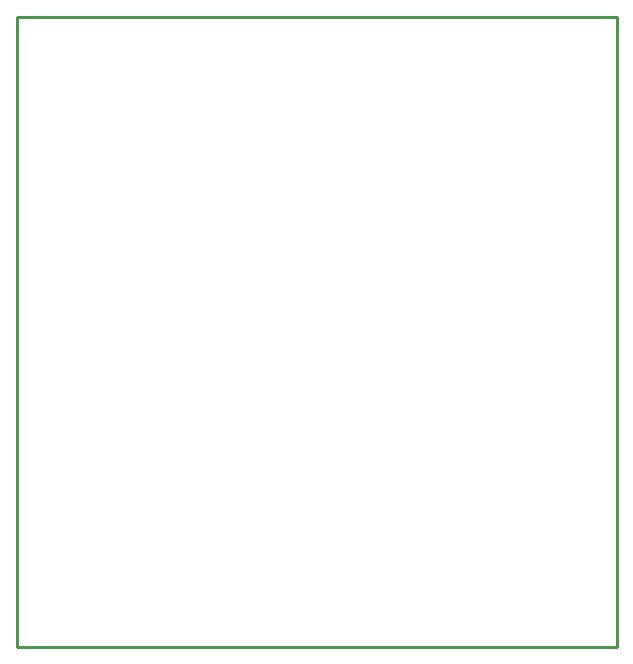
<source format=gko>
G04 Layer_Color=16711935*
%FSLAX25Y25*%
%MOIN*%
G70*
G01*
G75*
%ADD13C,0.01000*%
D13*
X110000Y181000D02*
X310000D01*
Y391000D01*
X110000D02*
X310000D01*
X110000Y181000D02*
Y391000D01*
M02*

</source>
